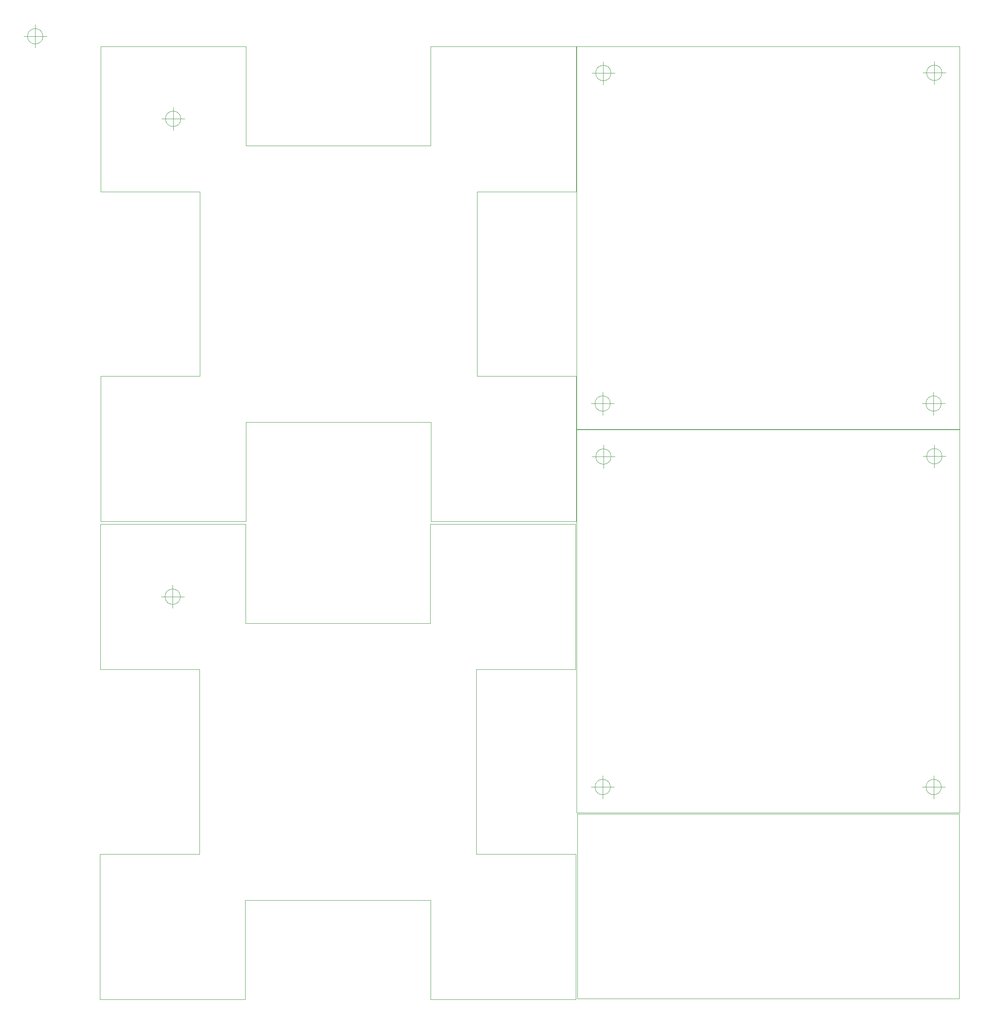
<source format=gbr>
G04 #@! TF.GenerationSoftware,KiCad,Pcbnew,5.1.5+dfsg1-2build2*
G04 #@! TF.CreationDate,2020-12-11T19:11:24+01:00*
G04 #@! TF.ProjectId,ariadne-v3-backup,61726961-646e-4652-9d76-332d6261636b,rev?*
G04 #@! TF.SameCoordinates,Original*
G04 #@! TF.FileFunction,Profile,NP*
%FSLAX46Y46*%
G04 Gerber Fmt 4.6, Leading zero omitted, Abs format (unit mm)*
G04 Created by KiCad (PCBNEW 5.1.5+dfsg1-2build2) date 2020-12-11 19:11:24*
%MOMM*%
%LPD*%
G04 APERTURE LIST*
%ADD10C,0.100000*%
G04 APERTURE END LIST*
D10*
X101001666Y-79415000D02*
G75*
G03X101001666Y-79415000I-1666666J0D01*
G01*
X96835000Y-79415000D02*
X101835000Y-79415000D01*
X99335000Y-76915000D02*
X99335000Y-81915000D01*
X93560000Y-156615000D02*
X93560000Y-73615000D01*
X93560000Y-156615000D02*
X176560000Y-156615000D01*
X93560000Y-73615000D02*
X176560000Y-73615000D01*
X176560000Y-156615000D02*
X176560000Y-73615000D01*
X172776666Y-79365000D02*
G75*
G03X172776666Y-79365000I-1666666J0D01*
G01*
X168610000Y-79365000D02*
X173610000Y-79365000D01*
X171110000Y-76865000D02*
X171110000Y-81865000D01*
X172626666Y-151065000D02*
G75*
G03X172626666Y-151065000I-1666666J0D01*
G01*
X168460000Y-151065000D02*
X173460000Y-151065000D01*
X170960000Y-148565000D02*
X170960000Y-153565000D01*
X100851666Y-151065000D02*
G75*
G03X100851666Y-151065000I-1666666J0D01*
G01*
X96685000Y-151065000D02*
X101685000Y-151065000D01*
X99185000Y-148565000D02*
X99185000Y-153565000D01*
X93700000Y-196900000D02*
X93700000Y-156900000D01*
X176500000Y-196900000D02*
X93700000Y-196900000D01*
X176500000Y-156900000D02*
X176500000Y-196900000D01*
X93700000Y-156900000D02*
X176500000Y-156900000D01*
X176550000Y-73475000D02*
X176550000Y9525000D01*
X93550000Y-73475000D02*
X176550000Y-73475000D01*
X93550000Y-73475000D02*
X93550000Y9525000D01*
X11700000Y-125600000D02*
X11700000Y-165600000D01*
X21675000Y-175600000D02*
X61825000Y-175600000D01*
X71800000Y-165600000D02*
X71800000Y-125575000D01*
X21700000Y-115600000D02*
X61800000Y-115600000D01*
X-9800000Y-125600000D02*
X11700000Y-125600000D01*
X-9800000Y-125600000D02*
X-9800000Y-94100000D01*
X-9800000Y-94100000D02*
X21700000Y-94100000D01*
X61800000Y-94075000D02*
X61800000Y-115600000D01*
X93300000Y-125575000D02*
X71800000Y-125575000D01*
X61800000Y-94075000D02*
X93300000Y-94075000D01*
X93300000Y-94075000D02*
X93300000Y-125575000D01*
X93325000Y-165600000D02*
X93325000Y-197100000D01*
X93325000Y-165600000D02*
X71800000Y-165600000D01*
X61825000Y-197100000D02*
X61825000Y-175600000D01*
X93325000Y-197100000D02*
X61825000Y-197100000D01*
X-9825000Y-197100000D02*
X-9825000Y-165600000D01*
X21675000Y-197100000D02*
X-9825000Y-197100000D01*
X21675000Y-197100000D02*
X21675000Y-175600000D01*
X7591666Y-109800000D02*
G75*
G03X7591666Y-109800000I-1666666J0D01*
G01*
X3425000Y-109800000D02*
X8425000Y-109800000D01*
X5925000Y-107300000D02*
X5925000Y-112300000D01*
X21700000Y-94100000D02*
X21700000Y-115600000D01*
X11700000Y-165600000D02*
X-9825000Y-165600000D01*
X11800000Y-62000000D02*
X-9725000Y-62000000D01*
X21800000Y9500000D02*
X21800000Y-12000000D01*
X172616666Y-67925000D02*
G75*
G03X172616666Y-67925000I-1666666J0D01*
G01*
X168450000Y-67925000D02*
X173450000Y-67925000D01*
X170950000Y-65425000D02*
X170950000Y-70425000D01*
X100841666Y-67925000D02*
G75*
G03X100841666Y-67925000I-1666666J0D01*
G01*
X96675000Y-67925000D02*
X101675000Y-67925000D01*
X99175000Y-65425000D02*
X99175000Y-70425000D01*
X7691666Y-6200000D02*
G75*
G03X7691666Y-6200000I-1666666J0D01*
G01*
X3525000Y-6200000D02*
X8525000Y-6200000D01*
X6025000Y-3700000D02*
X6025000Y-8700000D01*
X172766666Y3775000D02*
G75*
G03X172766666Y3775000I-1666666J0D01*
G01*
X168600000Y3775000D02*
X173600000Y3775000D01*
X171100000Y6275000D02*
X171100000Y1275000D01*
X93550000Y9525000D02*
X176550000Y9525000D01*
X21775000Y-93500000D02*
X21775000Y-72000000D01*
X21775000Y-93500000D02*
X-9725000Y-93500000D01*
X-9725000Y-93500000D02*
X-9725000Y-62000000D01*
X93425000Y-93500000D02*
X61925000Y-93500000D01*
X61925000Y-93500000D02*
X61925000Y-72000000D01*
X93425000Y-62000000D02*
X71900000Y-62000000D01*
X93425000Y-62000000D02*
X93425000Y-93500000D01*
X93400000Y9525000D02*
X93400000Y-21975000D01*
X61900000Y9525000D02*
X93400000Y9525000D01*
X93400000Y-21975000D02*
X71900000Y-21975000D01*
X61900000Y9525000D02*
X61900000Y-12000000D01*
X-9700000Y9500000D02*
X21800000Y9500000D01*
X-9700000Y-22000000D02*
X-9700000Y9500000D01*
X-9700000Y-22000000D02*
X11800000Y-22000000D01*
X100991666Y3725000D02*
G75*
G03X100991666Y3725000I-1666666J0D01*
G01*
X96825000Y3725000D02*
X101825000Y3725000D01*
X99325000Y6225000D02*
X99325000Y1225000D01*
X21800000Y-12000000D02*
X61900000Y-12000000D01*
X71900000Y-62000000D02*
X71900000Y-21975000D01*
X21775000Y-72000000D02*
X61925000Y-72000000D01*
X11800000Y-22000000D02*
X11800000Y-62000000D01*
X-22233334Y11700000D02*
G75*
G03X-22233334Y11700000I-1666666J0D01*
G01*
X-26400000Y11700000D02*
X-21400000Y11700000D01*
X-23900000Y14200000D02*
X-23900000Y9200000D01*
M02*

</source>
